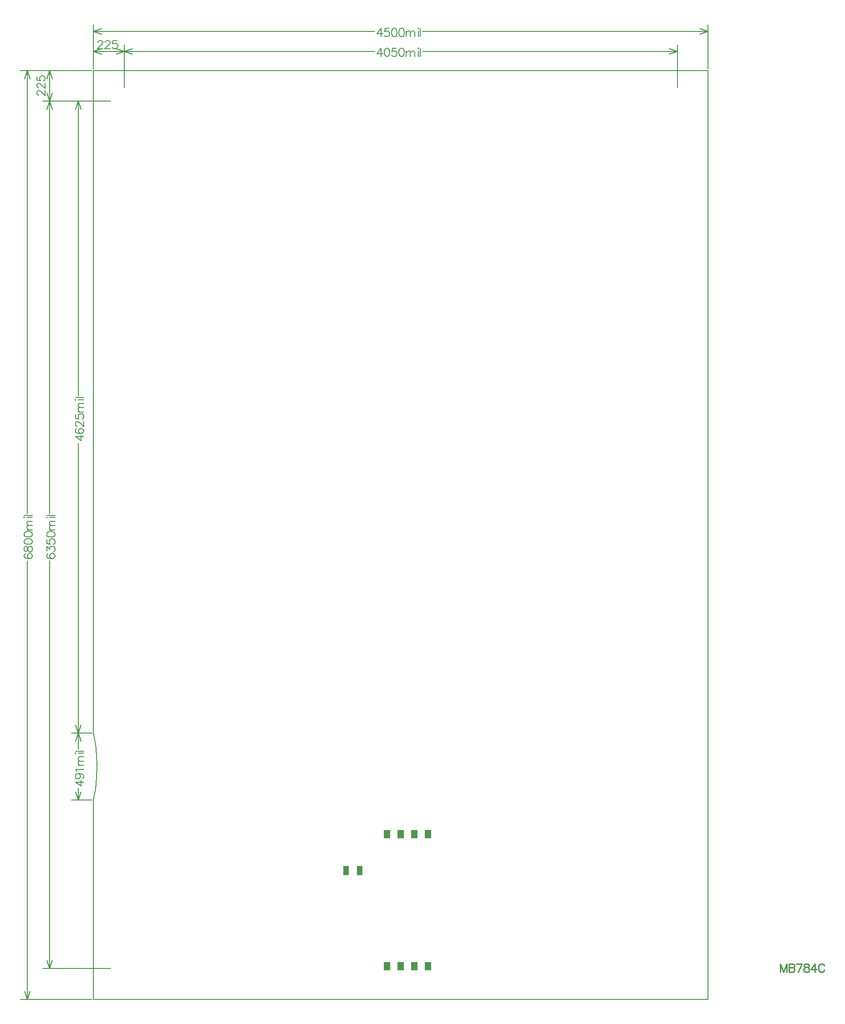
<source format=gbr>
%FSTAX23Y23*%
%MOIN*%
%SFA1B1*%

%IPPOS*%
%ADD73C,0.010000*%
%ADD79C,0.005000*%
%ADD81C,0.006000*%
%ADD147R,0.051000X0.059000*%
%ADD148R,0.039000X0.069000*%
%LNmb784b-1*%
%LPD*%
G54D73*
X0503Y0026D02*
Y002D01*
Y0026D02*
X05053Y002D01*
X05076Y0026D02*
X05053Y002D01*
X05076Y0026D02*
Y002D01*
X05093Y0026D02*
Y002D01*
Y0026D02*
X05119D01*
X05127Y00257*
X0513Y00254*
X05133Y00249*
Y00243*
X0513Y00237*
X05127Y00234*
X05119Y00231*
X05093D02*
X05119D01*
X05127Y00229*
X0513Y00226*
X05133Y0022*
Y00211*
X0513Y00206*
X05127Y00203*
X05119Y002*
X05093*
X05186Y0026D02*
X05158Y002D01*
X05146Y0026D02*
X05186D01*
X05214D02*
X05205Y00257D01*
X05203Y00251*
Y00246*
X05205Y0024*
X05211Y00237*
X05223Y00234*
X05231Y00231*
X05237Y00226*
X0524Y0022*
Y00211*
X05237Y00206*
X05234Y00203*
X05225Y002*
X05214*
X05205Y00203*
X05203Y00206*
X052Y00211*
Y0022*
X05203Y00226*
X05208Y00231*
X05217Y00234*
X05228Y00237*
X05234Y0024*
X05237Y00246*
Y00251*
X05234Y00257*
X05225Y0026*
X05214*
X05282D02*
X05253Y0022D01*
X05296*
X05282Y0026D02*
Y002D01*
X05349Y00246D02*
X05347Y00251D01*
X05341Y00257*
X05335Y0026*
X05324*
X05318Y00257*
X05312Y00251*
X05309Y00246*
X05307Y00237*
Y00223*
X05309Y00214*
X05312Y00209*
X05318Y00203*
X05324Y002*
X05335*
X05341Y00203*
X05347Y00209*
X05349Y00214*
G54D79*
X0Y01459D02*
D01*
X00014Y0154*
X00022Y01622*
X00025Y01704*
X00023Y01786*
X00014Y01868*
X0Y0195*
X04275Y06674D02*
Y0699D01*
X00225Y06674D02*
Y0699D01*
X02409Y0694D02*
X04275D01*
X00225D02*
X02059D01*
X04215Y0696D02*
X04275Y0694D01*
X04215Y0692D02*
X04275Y0694D01*
X00225D02*
X00285Y0692D01*
X00225Y0694D02*
X00285Y0696D01*
X00225Y06674D02*
Y0699D01*
X0Y06812D02*
Y0699D01*
X00112Y0694D02*
X00225D01*
X0D02*
X00112D01*
X00165Y0696D02*
X00225Y0694D01*
X00165Y0692D02*
X00225Y0694D01*
X0D02*
X0006Y0692D01*
X0Y0694D02*
X0006Y0696D01*
X045Y06812D02*
Y07135D01*
X0Y06812D02*
Y07135D01*
X02409Y07085D02*
X045D01*
X0D02*
X02059D01*
X0444Y07105D02*
X045Y07085D01*
X0444Y07065D02*
X045Y07085D01*
X0D02*
X0006Y07065D01*
X0Y07085D02*
X0006Y07105D01*
X-0016Y0195D02*
X-00013D01*
X-0016Y01459D02*
X-00013D01*
X-0011Y01832D02*
Y0195D01*
Y01459D02*
Y01545D01*
X-0013Y0189D02*
X-0011Y0195D01*
X-0009Y0189*
X-0011Y01459D02*
X-0009Y01519D01*
X-0013D02*
X-0011Y01459D01*
X-0016Y06575D02*
X00126D01*
X-0016Y0195D02*
X-00013D01*
X-0011Y0442D02*
Y06575D01*
Y0195D02*
Y04073D01*
X-0013Y06515D02*
X-0011Y06575D01*
X-0009Y06515*
X-0011Y0195D02*
X-0009Y0201D01*
X-0013D02*
X-0011Y0195D01*
X-0037Y00225D02*
X00126D01*
X-0037Y06575D02*
X00126D01*
X-0032Y00225D02*
Y03211D01*
Y03557D02*
Y06575D01*
Y00225D02*
X-003Y00285D01*
X-0034D02*
X-0032Y00225D01*
X-0034Y06515D02*
X-0032Y06575D01*
X-003Y06515*
X-0037Y068D02*
X-00013D01*
X-0037Y06575D02*
X00126D01*
X-0032Y06688D02*
Y068D01*
Y06575D02*
Y06688D01*
X-0034Y0674D02*
X-0032Y068D01*
X-003Y0674*
X-0032Y06575D02*
X-003Y06635D01*
X-0034D02*
X-0032Y06575D01*
X-00535Y068D02*
X-00013D01*
X-00535Y0D02*
X-00013D01*
X-00485Y03557D02*
Y068D01*
Y0D02*
Y03211D01*
X-00505Y0674D02*
X-00485Y068D01*
X-00465Y0674*
X-00485Y0D02*
X-00465Y0006D01*
X-00505D02*
X-00485Y0D01*
X0Y0195D02*
Y068D01*
X045Y0D02*
Y068D01*
X0Y0D02*
X045D01*
X0Y068D02*
X045D01*
X0Y0D02*
Y01459D01*
G54D81*
X02104Y06963D02*
X02075Y06923D01*
X02118*
X02104Y06963D02*
Y06903D01*
X02146Y06963D02*
X02137Y0696D01*
X02132Y06951*
X02129Y06937*
Y06928*
X02132Y06914*
X02137Y06905*
X02146Y06903*
X02152*
X0216Y06905*
X02166Y06914*
X02169Y06928*
Y06937*
X02166Y06951*
X0216Y0696*
X02152Y06963*
X02146*
X02216D02*
X02188D01*
X02185Y06937*
X02188Y0694*
X02196Y06943*
X02205*
X02214Y0694*
X02219Y06934*
X02222Y06925*
Y0692*
X02219Y06911*
X02214Y06905*
X02205Y06903*
X02196*
X02188Y06905*
X02185Y06908*
X02182Y06914*
X02253Y06963D02*
X02244Y0696D01*
X02238Y06951*
X02236Y06937*
Y06928*
X02238Y06914*
X02244Y06905*
X02253Y06903*
X02258*
X02267Y06905*
X02273Y06914*
X02276Y06928*
Y06937*
X02273Y06951*
X02267Y0696*
X02258Y06963*
X02253*
X02289Y06943D02*
Y06903D01*
Y06931D02*
X02298Y0694D01*
X02303Y06943*
X02312*
X02318Y0694*
X0232Y06931*
Y06903*
Y06931D02*
X02329Y0694D01*
X02335Y06943*
X02343*
X02349Y0694*
X02352Y06931*
Y06903*
X02376Y06963D02*
X02379Y0696D01*
X02382Y06963*
X02379Y06965*
X02376Y06963*
X02379Y06943D02*
Y06903D01*
X02393Y06963D02*
Y06903D01*
X00033Y07006D02*
Y07009D01*
X00036Y07014*
X00039Y07017*
X00044Y0702*
X00056*
X00061Y07017*
X00064Y07014*
X00067Y07009*
Y07003*
X00064Y06997*
X00059Y06989*
X0003Y0696*
X0007*
X00086Y07006D02*
Y07009D01*
X00089Y07014*
X00092Y07017*
X00098Y0702*
X00109*
X00115Y07017*
X00118Y07014*
X00121Y07009*
Y07003*
X00118Y06997*
X00112Y06989*
X00083Y0696*
X00123*
X00171Y0702D02*
X00143D01*
X0014Y06994*
X00143Y06997*
X00151Y07*
X0016*
X00168Y06997*
X00174Y06991*
X00177Y06983*
Y06977*
X00174Y06969*
X00168Y06963*
X0016Y0696*
X00151*
X00143Y06963*
X0014Y06966*
X00137Y06971*
X02104Y07108D02*
X02075Y07068D01*
X02118*
X02104Y07108D02*
Y07048D01*
X02163Y07108D02*
X02134D01*
X02132Y07082*
X02134Y07085*
X02143Y07088*
X02152*
X0216Y07085*
X02166Y07079*
X02169Y0707*
Y07065*
X02166Y07056*
X0216Y0705*
X02152Y07048*
X02143*
X02134Y0705*
X02132Y07053*
X02129Y07059*
X02199Y07108D02*
X02191Y07105D01*
X02185Y07096*
X02182Y07082*
Y07073*
X02185Y07059*
X02191Y0705*
X02199Y07048*
X02205*
X02214Y0705*
X02219Y07059*
X02222Y07073*
Y07082*
X02219Y07096*
X02214Y07105*
X02205Y07108*
X02199*
X02253D02*
X02244Y07105D01*
X02238Y07096*
X02236Y07082*
Y07073*
X02238Y07059*
X02244Y0705*
X02253Y07048*
X02258*
X02267Y0705*
X02273Y07059*
X02276Y07073*
Y07082*
X02273Y07096*
X02267Y07105*
X02258Y07108*
X02253*
X02289Y07088D02*
Y07048D01*
Y07076D02*
X02298Y07085D01*
X02303Y07088*
X02312*
X02318Y07085*
X0232Y07076*
Y07048*
Y07076D02*
X02329Y07085D01*
X02335Y07088*
X02343*
X02349Y07085*
X02352Y07076*
Y07048*
X02376Y07108D02*
X02379Y07105D01*
X02382Y07108*
X02379Y0711*
X02376Y07108*
X02379Y07088D02*
Y07048D01*
X02393Y07108D02*
Y07048D01*
X-00133Y0159D02*
X-00093Y01561D01*
Y01604*
X-00133Y0159D02*
X-00073D01*
X-00113Y01652D02*
X-00104Y01649D01*
X-00098Y01643*
X-00095Y01635*
Y01632*
X-00098Y01623*
X-00104Y01617*
X-00113Y01615*
X-00115*
X-00124Y01617*
X-0013Y01623*
X-00133Y01632*
Y01635*
X-0013Y01643*
X-00124Y01649*
X-00113Y01652*
X-00098*
X-00084Y01649*
X-00075Y01643*
X-00073Y01635*
Y01629*
X-00075Y0162*
X-00081Y01617*
X-00121Y01668D02*
X-00124Y01674D01*
X-00133Y01682*
X-00073*
X-00113Y01712D02*
X-00073D01*
X-00101D02*
X-0011Y01721D01*
X-00113Y01726*
Y01735*
X-0011Y01741*
X-00101Y01743*
X-00073*
X-00101D02*
X-0011Y01752D01*
X-00113Y01758*
Y01766*
X-0011Y01772*
X-00101Y01775*
X-00073*
X-00133Y01799D02*
X-0013Y01802D01*
X-00133Y01805*
X-00135Y01802*
X-00133Y01799*
X-00113Y01802D02*
X-00073D01*
X-00133Y01816D02*
X-00073D01*
X-00133Y04118D02*
X-00093Y04089D01*
Y04132*
X-00133Y04118D02*
X-00073D01*
X-00124Y04177D02*
X-0013Y04174D01*
X-00133Y04166*
Y0416*
X-0013Y04151*
X-00121Y04146*
X-00107Y04143*
X-00093*
X-00081Y04146*
X-00075Y04151*
X-00073Y0416*
Y04163*
X-00075Y04171*
X-00081Y04177*
X-0009Y0418*
X-00093*
X-00101Y04177*
X-00107Y04171*
X-0011Y04163*
Y0416*
X-00107Y04151*
X-00101Y04146*
X-00093Y04143*
X-00118Y04196D02*
X-00121D01*
X-00127Y04199*
X-0013Y04202*
X-00133Y04207*
Y04219*
X-0013Y04225*
X-00127Y04227*
X-00121Y0423*
X-00115*
X-0011Y04227*
X-00101Y04222*
X-00073Y04193*
Y04233*
X-00133Y04281D02*
Y04252D01*
X-00107Y04249*
X-0011Y04252*
X-00113Y04261*
Y04269*
X-0011Y04278*
X-00104Y04284*
X-00095Y04286*
X-0009*
X-00081Y04284*
X-00075Y04278*
X-00073Y04269*
Y04261*
X-00075Y04252*
X-00078Y04249*
X-00084Y04247*
X-00113Y043D02*
X-00073D01*
X-00101D02*
X-0011Y04308D01*
X-00113Y04314*
Y04323*
X-0011Y04328*
X-00101Y04331*
X-00073*
X-00101D02*
X-0011Y0434D01*
X-00113Y04346*
Y04354*
X-0011Y0436*
X-00101Y04363*
X-00073*
X-00133Y04387D02*
X-0013Y0439D01*
X-00133Y04393*
X-00135Y0439*
X-00133Y04387*
X-00113Y0439D02*
X-00073D01*
X-00133Y04404D02*
X-00073D01*
X-00334Y03261D02*
X-0034Y03258D01*
X-00343Y0325*
Y03244*
X-0034Y03235*
X-00331Y0323*
X-00317Y03227*
X-00303*
X-00291Y0323*
X-00285Y03235*
X-00283Y03244*
Y03247*
X-00285Y03255*
X-00291Y03261*
X-003Y03264*
X-00303*
X-00311Y03261*
X-00317Y03255*
X-0032Y03247*
Y03244*
X-00317Y03235*
X-00311Y0323*
X-00303Y03227*
X-00343Y03283D02*
Y03314D01*
X-0032Y03297*
Y03306*
X-00317Y03311*
X-00314Y03314*
X-00305Y03317*
X-003*
X-00291Y03314*
X-00285Y03309*
X-00283Y033*
Y03291*
X-00285Y03283*
X-00288Y0328*
X-00294Y03277*
X-00343Y03365D02*
Y03336D01*
X-00317Y03333*
X-0032Y03336*
X-00323Y03345*
Y03353*
X-0032Y03362*
X-00314Y03368*
X-00305Y03371*
X-003*
X-00291Y03368*
X-00285Y03362*
X-00283Y03353*
Y03345*
X-00285Y03336*
X-00288Y03333*
X-00294Y03331*
X-00343Y03401D02*
X-0034Y03393D01*
X-00331Y03387*
X-00317Y03384*
X-00308*
X-00294Y03387*
X-00285Y03393*
X-00283Y03401*
Y03407*
X-00285Y03415*
X-00294Y03421*
X-00308Y03424*
X-00317*
X-00331Y03421*
X-0034Y03415*
X-00343Y03407*
Y03401*
X-00323Y03437D02*
X-00283D01*
X-00311D02*
X-0032Y03446D01*
X-00323Y03452*
Y0346*
X-0032Y03466*
X-00311Y03469*
X-00283*
X-00311D02*
X-0032Y03477D01*
X-00323Y03483*
Y03492*
X-0032Y03497*
X-00311Y035*
X-00283*
X-00343Y03525D02*
X-0034Y03528D01*
X-00343Y03531*
X-00345Y03528*
X-00343Y03525*
X-00323Y03528D02*
X-00283D01*
X-00343Y03541D02*
X-00283D01*
X-00401Y06618D02*
X-00404D01*
X-00409Y06621*
X-00412Y06624*
X-00415Y06629*
Y06641*
X-00412Y06646*
X-00409Y06649*
X-00404Y06652*
X-00398*
X-00392Y06649*
X-00384Y06644*
X-00355Y06615*
Y06655*
X-00401Y06671D02*
X-00404D01*
X-00409Y06674*
X-00412Y06677*
X-00415Y06683*
Y06694*
X-00412Y067*
X-00409Y06703*
X-00404Y06706*
X-00398*
X-00392Y06703*
X-00384Y06697*
X-00355Y06668*
Y06708*
X-00415Y06756D02*
Y06728D01*
X-00389Y06725*
X-00392Y06728*
X-00395Y06736*
Y06745*
X-00392Y06753*
X-00386Y06759*
X-00378Y06762*
X-00372*
X-00364Y06759*
X-00358Y06753*
X-00355Y06745*
Y06736*
X-00358Y06728*
X-00361Y06725*
X-00366Y06722*
X-00499Y03261D02*
X-00505Y03258D01*
X-00508Y0325*
Y03244*
X-00505Y03235*
X-00496Y0323*
X-00482Y03227*
X-00468*
X-00456Y0323*
X-0045Y03235*
X-00448Y03244*
Y03247*
X-0045Y03255*
X-00456Y03261*
X-00465Y03264*
X-00468*
X-00476Y03261*
X-00482Y03255*
X-00485Y03247*
Y03244*
X-00482Y03235*
X-00476Y0323*
X-00468Y03227*
X-00508Y03291D02*
X-00505Y03283D01*
X-00499Y0328*
X-00493*
X-00488Y03283*
X-00485Y03289*
X-00482Y033*
X-00479Y03309*
X-00473Y03314*
X-00468Y03317*
X-00459*
X-00453Y03314*
X-0045Y03311*
X-00448Y03303*
Y03291*
X-0045Y03283*
X-00453Y0328*
X-00459Y03277*
X-00468*
X-00473Y0328*
X-00479Y03286*
X-00482Y03294*
X-00485Y03306*
X-00488Y03311*
X-00493Y03314*
X-00499*
X-00505Y03311*
X-00508Y03303*
Y03291*
Y03348D02*
X-00505Y03339D01*
X-00496Y03333*
X-00482Y03331*
X-00473*
X-00459Y03333*
X-0045Y03339*
X-00448Y03348*
Y03353*
X-0045Y03362*
X-00459Y03368*
X-00473Y03371*
X-00482*
X-00496Y03368*
X-00505Y03362*
X-00508Y03353*
Y03348*
Y03401D02*
X-00505Y03393D01*
X-00496Y03387*
X-00482Y03384*
X-00473*
X-00459Y03387*
X-0045Y03393*
X-00448Y03401*
Y03407*
X-0045Y03415*
X-00459Y03421*
X-00473Y03424*
X-00482*
X-00496Y03421*
X-00505Y03415*
X-00508Y03407*
Y03401*
X-00488Y03437D02*
X-00448D01*
X-00476D02*
X-00485Y03446D01*
X-00488Y03452*
Y0346*
X-00485Y03466*
X-00476Y03469*
X-00448*
X-00476D02*
X-00485Y03477D01*
X-00488Y03483*
Y03492*
X-00485Y03497*
X-00476Y035*
X-00448*
X-00508Y03525D02*
X-00505Y03528D01*
X-00508Y03531*
X-0051Y03528*
X-00508Y03525*
X-00488Y03528D02*
X-00448D01*
X-00508Y03541D02*
X-00448D01*
G54D147*
X0215Y01209D03*
Y00241D03*
X0245Y01209D03*
X0235Y00241D03*
X0245D03*
X0225Y01209D03*
Y00241D03*
X0235Y01209D03*
G54D148*
X0195Y00942D03*
X0185D03*
M02*
</source>
